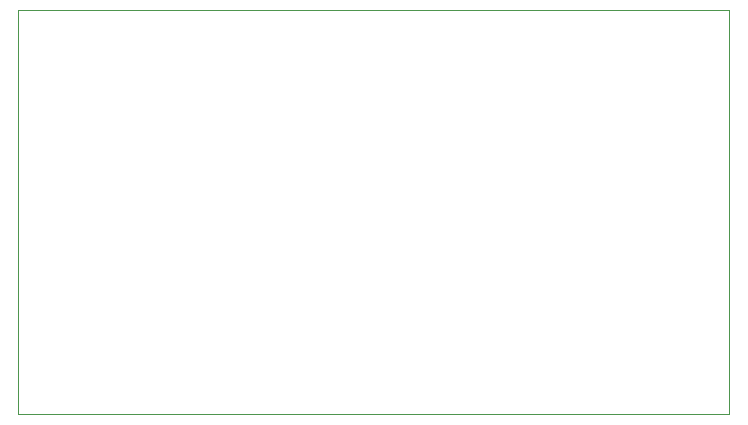
<source format=gbr>
%TF.GenerationSoftware,KiCad,Pcbnew,7.0.5*%
%TF.CreationDate,2023-07-04T22:36:34+05:30*%
%TF.ProjectId,BUCK_LOW_EMI,4255434b-5f4c-44f5-975f-454d492e6b69,rev?*%
%TF.SameCoordinates,Original*%
%TF.FileFunction,Profile,NP*%
%FSLAX46Y46*%
G04 Gerber Fmt 4.6, Leading zero omitted, Abs format (unit mm)*
G04 Created by KiCad (PCBNEW 7.0.5) date 2023-07-04 22:36:34*
%MOMM*%
%LPD*%
G01*
G04 APERTURE LIST*
%TA.AperFunction,Profile*%
%ADD10C,0.100000*%
%TD*%
G04 APERTURE END LIST*
D10*
X57200000Y-60300000D02*
X117400000Y-60300000D01*
X117400000Y-94500000D01*
X57200000Y-94500000D01*
X57200000Y-60300000D01*
M02*

</source>
